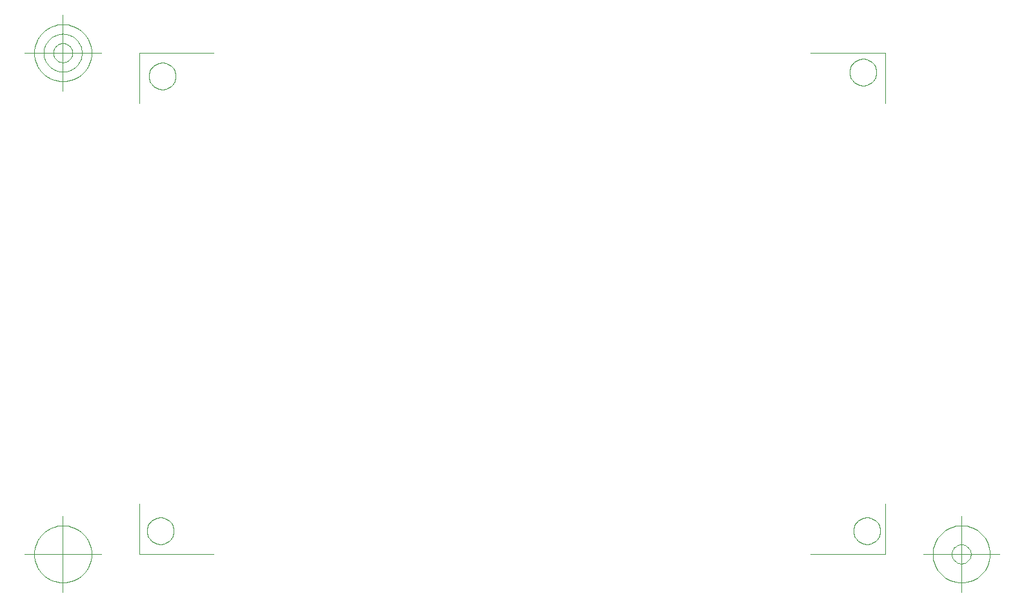
<source format=gbr>
G04 Generated by Ultiboard *
%FSLAX25Y25*%
%MOIN*%

%ADD10C,0.00004*%
%ADD12C,0.00394*%


%LNSilkscreen Bottom*%
%LPD*%
%FSLAX25Y25*%
%MOIN*%
G54D10*
X267890Y7000D02*
X267857Y7675D01*
X267857Y7675D02*
X267757Y8344D01*
X267757Y8344D02*
X267593Y9000D01*
X267593Y9000D02*
X267365Y9637D01*
X267365Y9637D02*
X267076Y10248D01*
X267076Y10248D02*
X266729Y10828D01*
X266729Y10828D02*
X266326Y11371D01*
X266326Y11371D02*
X265872Y11872D01*
X265872Y11872D02*
X265371Y12326D01*
X265371Y12326D02*
X264828Y12729D01*
X264828Y12729D02*
X264248Y13076D01*
X264248Y13076D02*
X263637Y13365D01*
X263637Y13365D02*
X263000Y13593D01*
X263000Y13593D02*
X262344Y13757D01*
X262344Y13757D02*
X261675Y13857D01*
X261675Y13857D02*
X261000Y13890D01*
X261000Y13890D02*
X260325Y13857D01*
X260325Y13857D02*
X259656Y13757D01*
X259656Y13757D02*
X259000Y13593D01*
X259000Y13593D02*
X258363Y13365D01*
X258363Y13365D02*
X257752Y13076D01*
X257752Y13076D02*
X257172Y12729D01*
X257172Y12729D02*
X256629Y12326D01*
X256629Y12326D02*
X256128Y11872D01*
X256128Y11872D02*
X255674Y11371D01*
X255674Y11371D02*
X255271Y10828D01*
X255271Y10828D02*
X254924Y10248D01*
X254924Y10248D02*
X254635Y9637D01*
X254635Y9637D02*
X254407Y9000D01*
X254407Y9000D02*
X254243Y8344D01*
X254243Y8344D02*
X254143Y7675D01*
X254143Y7675D02*
X254110Y7000D01*
X254110Y7000D02*
X254143Y6325D01*
X254143Y6325D02*
X254243Y5656D01*
X254243Y5656D02*
X254407Y5000D01*
X254407Y5000D02*
X254635Y4363D01*
X254635Y4363D02*
X254924Y3752D01*
X254924Y3752D02*
X255271Y3172D01*
X255271Y3172D02*
X255674Y2629D01*
X255674Y2629D02*
X256128Y2128D01*
X256128Y2128D02*
X256629Y1674D01*
X256629Y1674D02*
X257172Y1271D01*
X257172Y1271D02*
X257752Y924D01*
X257752Y924D02*
X258363Y635D01*
X258363Y635D02*
X259000Y407D01*
X259000Y407D02*
X259656Y243D01*
X259656Y243D02*
X260325Y143D01*
X260325Y143D02*
X261000Y110D01*
X261000Y110D02*
X261675Y143D01*
X261675Y143D02*
X262344Y243D01*
X262344Y243D02*
X263000Y407D01*
X263000Y407D02*
X263637Y635D01*
X263637Y635D02*
X264248Y924D01*
X264248Y924D02*
X264828Y1271D01*
X264828Y1271D02*
X265371Y1674D01*
X265371Y1674D02*
X265872Y2128D01*
X265872Y2128D02*
X266326Y2629D01*
X266326Y2629D02*
X266729Y3172D01*
X266729Y3172D02*
X267076Y3752D01*
X267076Y3752D02*
X267365Y4363D01*
X267365Y4363D02*
X267593Y5000D01*
X267593Y5000D02*
X267757Y5656D01*
X267757Y5656D02*
X267857Y6325D01*
X267857Y6325D02*
X267890Y7000D01*
X268890Y242000D02*
X268857Y242675D01*
X268857Y242675D02*
X268757Y243344D01*
X268757Y243344D02*
X268593Y244000D01*
X268593Y244000D02*
X268365Y244637D01*
X268365Y244637D02*
X268076Y245248D01*
X268076Y245248D02*
X267729Y245828D01*
X267729Y245828D02*
X267326Y246371D01*
X267326Y246371D02*
X266872Y246872D01*
X266872Y246872D02*
X266371Y247326D01*
X266371Y247326D02*
X265828Y247729D01*
X265828Y247729D02*
X265248Y248076D01*
X265248Y248076D02*
X264637Y248365D01*
X264637Y248365D02*
X264000Y248593D01*
X264000Y248593D02*
X263344Y248757D01*
X263344Y248757D02*
X262675Y248857D01*
X262675Y248857D02*
X262000Y248890D01*
X262000Y248890D02*
X261325Y248857D01*
X261325Y248857D02*
X260656Y248757D01*
X260656Y248757D02*
X260000Y248593D01*
X260000Y248593D02*
X259363Y248365D01*
X259363Y248365D02*
X258752Y248076D01*
X258752Y248076D02*
X258172Y247729D01*
X258172Y247729D02*
X257629Y247326D01*
X257629Y247326D02*
X257128Y246872D01*
X257128Y246872D02*
X256674Y246371D01*
X256674Y246371D02*
X256271Y245828D01*
X256271Y245828D02*
X255924Y245248D01*
X255924Y245248D02*
X255635Y244637D01*
X255635Y244637D02*
X255407Y244000D01*
X255407Y244000D02*
X255243Y243344D01*
X255243Y243344D02*
X255143Y242675D01*
X255143Y242675D02*
X255110Y242000D01*
X255110Y242000D02*
X255143Y241325D01*
X255143Y241325D02*
X255243Y240656D01*
X255243Y240656D02*
X255407Y240000D01*
X255407Y240000D02*
X255635Y239363D01*
X255635Y239363D02*
X255924Y238752D01*
X255924Y238752D02*
X256271Y238172D01*
X256271Y238172D02*
X256674Y237629D01*
X256674Y237629D02*
X257128Y237128D01*
X257128Y237128D02*
X257629Y236674D01*
X257629Y236674D02*
X258172Y236271D01*
X258172Y236271D02*
X258752Y235924D01*
X258752Y235924D02*
X259363Y235635D01*
X259363Y235635D02*
X260000Y235407D01*
X260000Y235407D02*
X260656Y235243D01*
X260656Y235243D02*
X261325Y235143D01*
X261325Y235143D02*
X262000Y235110D01*
X262000Y235110D02*
X262675Y235143D01*
X262675Y235143D02*
X263344Y235243D01*
X263344Y235243D02*
X264000Y235407D01*
X264000Y235407D02*
X264637Y235635D01*
X264637Y235635D02*
X265248Y235924D01*
X265248Y235924D02*
X265828Y236271D01*
X265828Y236271D02*
X266371Y236674D01*
X266371Y236674D02*
X266872Y237128D01*
X266872Y237128D02*
X267326Y237629D01*
X267326Y237629D02*
X267729Y238172D01*
X267729Y238172D02*
X268076Y238752D01*
X268076Y238752D02*
X268365Y239363D01*
X268365Y239363D02*
X268593Y240000D01*
X268593Y240000D02*
X268757Y240656D01*
X268757Y240656D02*
X268857Y241325D01*
X268857Y241325D02*
X268890Y242000D01*
X632890Y7000D02*
X632857Y7675D01*
X632857Y7675D02*
X632757Y8344D01*
X632757Y8344D02*
X632593Y9000D01*
X632593Y9000D02*
X632365Y9637D01*
X632365Y9637D02*
X632076Y10248D01*
X632076Y10248D02*
X631729Y10828D01*
X631729Y10828D02*
X631326Y11371D01*
X631326Y11371D02*
X630872Y11872D01*
X630872Y11872D02*
X630371Y12326D01*
X630371Y12326D02*
X629828Y12729D01*
X629828Y12729D02*
X629248Y13076D01*
X629248Y13076D02*
X628637Y13365D01*
X628637Y13365D02*
X628000Y13593D01*
X628000Y13593D02*
X627344Y13757D01*
X627344Y13757D02*
X626675Y13857D01*
X626675Y13857D02*
X626000Y13890D01*
X626000Y13890D02*
X625325Y13857D01*
X625325Y13857D02*
X624656Y13757D01*
X624656Y13757D02*
X624000Y13593D01*
X624000Y13593D02*
X623363Y13365D01*
X623363Y13365D02*
X622752Y13076D01*
X622752Y13076D02*
X622172Y12729D01*
X622172Y12729D02*
X621629Y12326D01*
X621629Y12326D02*
X621128Y11872D01*
X621128Y11872D02*
X620674Y11371D01*
X620674Y11371D02*
X620271Y10828D01*
X620271Y10828D02*
X619924Y10248D01*
X619924Y10248D02*
X619635Y9637D01*
X619635Y9637D02*
X619407Y9000D01*
X619407Y9000D02*
X619243Y8344D01*
X619243Y8344D02*
X619143Y7675D01*
X619143Y7675D02*
X619110Y7000D01*
X619110Y7000D02*
X619143Y6325D01*
X619143Y6325D02*
X619243Y5656D01*
X619243Y5656D02*
X619407Y5000D01*
X619407Y5000D02*
X619635Y4363D01*
X619635Y4363D02*
X619924Y3752D01*
X619924Y3752D02*
X620271Y3172D01*
X620271Y3172D02*
X620674Y2629D01*
X620674Y2629D02*
X621128Y2128D01*
X621128Y2128D02*
X621629Y1674D01*
X621629Y1674D02*
X622172Y1271D01*
X622172Y1271D02*
X622752Y924D01*
X622752Y924D02*
X623363Y635D01*
X623363Y635D02*
X624000Y407D01*
X624000Y407D02*
X624656Y243D01*
X624656Y243D02*
X625325Y143D01*
X625325Y143D02*
X626000Y110D01*
X626000Y110D02*
X626675Y143D01*
X626675Y143D02*
X627344Y243D01*
X627344Y243D02*
X628000Y407D01*
X628000Y407D02*
X628637Y635D01*
X628637Y635D02*
X629248Y924D01*
X629248Y924D02*
X629828Y1271D01*
X629828Y1271D02*
X630371Y1674D01*
X630371Y1674D02*
X630872Y2128D01*
X630872Y2128D02*
X631326Y2629D01*
X631326Y2629D02*
X631729Y3172D01*
X631729Y3172D02*
X632076Y3752D01*
X632076Y3752D02*
X632365Y4363D01*
X632365Y4363D02*
X632593Y5000D01*
X632593Y5000D02*
X632757Y5656D01*
X632757Y5656D02*
X632857Y6325D01*
X632857Y6325D02*
X632890Y7000D01*
X630890Y244000D02*
X630857Y244675D01*
X630857Y244675D02*
X630757Y245344D01*
X630757Y245344D02*
X630593Y246000D01*
X630593Y246000D02*
X630365Y246637D01*
X630365Y246637D02*
X630076Y247248D01*
X630076Y247248D02*
X629729Y247828D01*
X629729Y247828D02*
X629326Y248371D01*
X629326Y248371D02*
X628872Y248872D01*
X628872Y248872D02*
X628371Y249326D01*
X628371Y249326D02*
X627828Y249729D01*
X627828Y249729D02*
X627248Y250076D01*
X627248Y250076D02*
X626637Y250365D01*
X626637Y250365D02*
X626000Y250593D01*
X626000Y250593D02*
X625344Y250757D01*
X625344Y250757D02*
X624675Y250857D01*
X624675Y250857D02*
X624000Y250890D01*
X624000Y250890D02*
X623325Y250857D01*
X623325Y250857D02*
X622656Y250757D01*
X622656Y250757D02*
X622000Y250593D01*
X622000Y250593D02*
X621363Y250365D01*
X621363Y250365D02*
X620752Y250076D01*
X620752Y250076D02*
X620172Y249729D01*
X620172Y249729D02*
X619629Y249326D01*
X619629Y249326D02*
X619128Y248872D01*
X619128Y248872D02*
X618674Y248371D01*
X618674Y248371D02*
X618271Y247828D01*
X618271Y247828D02*
X617924Y247248D01*
X617924Y247248D02*
X617635Y246637D01*
X617635Y246637D02*
X617407Y246000D01*
X617407Y246000D02*
X617243Y245344D01*
X617243Y245344D02*
X617143Y244675D01*
X617143Y244675D02*
X617110Y244000D01*
X617110Y244000D02*
X617143Y243325D01*
X617143Y243325D02*
X617243Y242656D01*
X617243Y242656D02*
X617407Y242000D01*
X617407Y242000D02*
X617635Y241363D01*
X617635Y241363D02*
X617924Y240752D01*
X617924Y240752D02*
X618271Y240172D01*
X618271Y240172D02*
X618674Y239629D01*
X618674Y239629D02*
X619128Y239128D01*
X619128Y239128D02*
X619629Y238674D01*
X619629Y238674D02*
X620172Y238271D01*
X620172Y238271D02*
X620752Y237924D01*
X620752Y237924D02*
X621363Y237635D01*
X621363Y237635D02*
X622000Y237407D01*
X622000Y237407D02*
X622656Y237243D01*
X622656Y237243D02*
X623325Y237143D01*
X623325Y237143D02*
X624000Y237110D01*
X624000Y237110D02*
X624675Y237143D01*
X624675Y237143D02*
X625344Y237243D01*
X625344Y237243D02*
X626000Y237407D01*
X626000Y237407D02*
X626637Y237635D01*
X626637Y237635D02*
X627248Y237924D01*
X627248Y237924D02*
X627828Y238271D01*
X627828Y238271D02*
X628371Y238674D01*
X628371Y238674D02*
X628872Y239128D01*
X628872Y239128D02*
X629326Y239629D01*
X629326Y239629D02*
X629729Y240172D01*
X629729Y240172D02*
X630076Y240752D01*
X630076Y240752D02*
X630365Y241363D01*
X630365Y241363D02*
X630593Y242000D01*
X630593Y242000D02*
X630757Y242656D01*
X630757Y242656D02*
X630857Y243325D01*
X630857Y243325D02*
X630890Y244000D01*
G54D12*
X250000Y-5000D02*
X250000Y20900D01*
X250000Y-5000D02*
X288541Y-5000D01*
X635413Y-5000D02*
X596872Y-5000D01*
X635413Y-5000D02*
X635413Y20900D01*
X635413Y254000D02*
X635413Y228100D01*
X635413Y254000D02*
X596872Y254000D01*
X250000Y254000D02*
X288541Y254000D01*
X250000Y254000D02*
X250000Y228100D01*
X230315Y-5000D02*
X190945Y-5000D01*
X210630Y-24685D02*
X210630Y14685D01*
X225394Y-5000D02*
X225323Y-3553D01*
X225323Y-3553D02*
X225110Y-2120D01*
X225110Y-2120D02*
X224758Y-714D01*
X224758Y-714D02*
X224270Y650D01*
X224270Y650D02*
X223650Y1960D01*
X223650Y1960D02*
X222906Y3202D01*
X222906Y3202D02*
X222042Y4366D01*
X222042Y4366D02*
X221069Y5440D01*
X221069Y5440D02*
X219996Y6413D01*
X219996Y6413D02*
X218832Y7276D01*
X218832Y7276D02*
X217590Y8020D01*
X217590Y8020D02*
X216280Y8640D01*
X216280Y8640D02*
X214916Y9128D01*
X214916Y9128D02*
X213510Y9480D01*
X213510Y9480D02*
X212077Y9693D01*
X212077Y9693D02*
X210630Y9764D01*
X210630Y9764D02*
X209183Y9693D01*
X209183Y9693D02*
X207750Y9480D01*
X207750Y9480D02*
X206344Y9128D01*
X206344Y9128D02*
X204980Y8640D01*
X204980Y8640D02*
X203670Y8020D01*
X203670Y8020D02*
X202428Y7276D01*
X202428Y7276D02*
X201264Y6413D01*
X201264Y6413D02*
X200190Y5440D01*
X200190Y5440D02*
X199217Y4366D01*
X199217Y4366D02*
X198354Y3202D01*
X198354Y3202D02*
X197609Y1960D01*
X197609Y1960D02*
X196990Y650D01*
X196990Y650D02*
X196502Y-714D01*
X196502Y-714D02*
X196150Y-2120D01*
X196150Y-2120D02*
X195937Y-3553D01*
X195937Y-3553D02*
X195866Y-5000D01*
X195866Y-5000D02*
X195937Y-6447D01*
X195937Y-6447D02*
X196150Y-7880D01*
X196150Y-7880D02*
X196502Y-9286D01*
X196502Y-9286D02*
X196990Y-10650D01*
X196990Y-10650D02*
X197609Y-11960D01*
X197609Y-11960D02*
X198354Y-13202D01*
X198354Y-13202D02*
X199217Y-14366D01*
X199217Y-14366D02*
X200190Y-15440D01*
X200190Y-15440D02*
X201264Y-16413D01*
X201264Y-16413D02*
X202428Y-17276D01*
X202428Y-17276D02*
X203670Y-18020D01*
X203670Y-18020D02*
X204980Y-18640D01*
X204980Y-18640D02*
X206344Y-19128D01*
X206344Y-19128D02*
X207750Y-19480D01*
X207750Y-19480D02*
X209183Y-19693D01*
X209183Y-19693D02*
X210630Y-19764D01*
X210630Y-19764D02*
X212077Y-19693D01*
X212077Y-19693D02*
X213510Y-19480D01*
X213510Y-19480D02*
X214916Y-19128D01*
X214916Y-19128D02*
X216280Y-18640D01*
X216280Y-18640D02*
X217590Y-18020D01*
X217590Y-18020D02*
X218832Y-17276D01*
X218832Y-17276D02*
X219996Y-16413D01*
X219996Y-16413D02*
X221069Y-15440D01*
X221069Y-15440D02*
X222042Y-14366D01*
X222042Y-14366D02*
X222906Y-13202D01*
X222906Y-13202D02*
X223650Y-11960D01*
X223650Y-11960D02*
X224270Y-10650D01*
X224270Y-10650D02*
X224758Y-9286D01*
X224758Y-9286D02*
X225110Y-7880D01*
X225110Y-7880D02*
X225323Y-6447D01*
X225323Y-6447D02*
X225394Y-5000D01*
X655098Y-5000D02*
X694468Y-5000D01*
X674783Y-24685D02*
X674783Y14685D01*
X689547Y-5000D02*
X689476Y-3553D01*
X689476Y-3553D02*
X689263Y-2120D01*
X689263Y-2120D02*
X688911Y-714D01*
X688911Y-714D02*
X688423Y650D01*
X688423Y650D02*
X687804Y1960D01*
X687804Y1960D02*
X687059Y3202D01*
X687059Y3202D02*
X686196Y4366D01*
X686196Y4366D02*
X685223Y5440D01*
X685223Y5440D02*
X684149Y6413D01*
X684149Y6413D02*
X682985Y7276D01*
X682985Y7276D02*
X681743Y8020D01*
X681743Y8020D02*
X680433Y8640D01*
X680433Y8640D02*
X679069Y9128D01*
X679069Y9128D02*
X677663Y9480D01*
X677663Y9480D02*
X676230Y9693D01*
X676230Y9693D02*
X674783Y9764D01*
X674783Y9764D02*
X673336Y9693D01*
X673336Y9693D02*
X671903Y9480D01*
X671903Y9480D02*
X670497Y9128D01*
X670497Y9128D02*
X669133Y8640D01*
X669133Y8640D02*
X667823Y8020D01*
X667823Y8020D02*
X666581Y7276D01*
X666581Y7276D02*
X665417Y6413D01*
X665417Y6413D02*
X664344Y5440D01*
X664344Y5440D02*
X663371Y4366D01*
X663371Y4366D02*
X662507Y3202D01*
X662507Y3202D02*
X661763Y1960D01*
X661763Y1960D02*
X661143Y650D01*
X661143Y650D02*
X660655Y-714D01*
X660655Y-714D02*
X660303Y-2120D01*
X660303Y-2120D02*
X660090Y-3553D01*
X660090Y-3553D02*
X660019Y-5000D01*
X660019Y-5000D02*
X660090Y-6447D01*
X660090Y-6447D02*
X660303Y-7880D01*
X660303Y-7880D02*
X660655Y-9286D01*
X660655Y-9286D02*
X661143Y-10650D01*
X661143Y-10650D02*
X661763Y-11960D01*
X661763Y-11960D02*
X662507Y-13202D01*
X662507Y-13202D02*
X663371Y-14366D01*
X663371Y-14366D02*
X664344Y-15440D01*
X664344Y-15440D02*
X665417Y-16413D01*
X665417Y-16413D02*
X666581Y-17276D01*
X666581Y-17276D02*
X667823Y-18020D01*
X667823Y-18020D02*
X669133Y-18640D01*
X669133Y-18640D02*
X670497Y-19128D01*
X670497Y-19128D02*
X671903Y-19480D01*
X671903Y-19480D02*
X673336Y-19693D01*
X673336Y-19693D02*
X674783Y-19764D01*
X674783Y-19764D02*
X676230Y-19693D01*
X676230Y-19693D02*
X677663Y-19480D01*
X677663Y-19480D02*
X679069Y-19128D01*
X679069Y-19128D02*
X680433Y-18640D01*
X680433Y-18640D02*
X681743Y-18020D01*
X681743Y-18020D02*
X682985Y-17276D01*
X682985Y-17276D02*
X684149Y-16413D01*
X684149Y-16413D02*
X685223Y-15440D01*
X685223Y-15440D02*
X686196Y-14366D01*
X686196Y-14366D02*
X687059Y-13202D01*
X687059Y-13202D02*
X687804Y-11960D01*
X687804Y-11960D02*
X688423Y-10650D01*
X688423Y-10650D02*
X688911Y-9286D01*
X688911Y-9286D02*
X689263Y-7880D01*
X689263Y-7880D02*
X689476Y-6447D01*
X689476Y-6447D02*
X689547Y-5000D01*
X679704Y-5000D02*
X679681Y-4518D01*
X679681Y-4518D02*
X679610Y-4040D01*
X679610Y-4040D02*
X679492Y-3571D01*
X679492Y-3571D02*
X679330Y-3117D01*
X679330Y-3117D02*
X679123Y-2680D01*
X679123Y-2680D02*
X678875Y-2266D01*
X678875Y-2266D02*
X678587Y-1878D01*
X678587Y-1878D02*
X678263Y-1520D01*
X678263Y-1520D02*
X677905Y-1196D01*
X677905Y-1196D02*
X677517Y-908D01*
X677517Y-908D02*
X677103Y-660D01*
X677103Y-660D02*
X676666Y-453D01*
X676666Y-453D02*
X676212Y-291D01*
X676212Y-291D02*
X675743Y-173D01*
X675743Y-173D02*
X675265Y-102D01*
X675265Y-102D02*
X674783Y-79D01*
X674783Y-79D02*
X674301Y-102D01*
X674301Y-102D02*
X673823Y-173D01*
X673823Y-173D02*
X673355Y-291D01*
X673355Y-291D02*
X672900Y-453D01*
X672900Y-453D02*
X672463Y-660D01*
X672463Y-660D02*
X672049Y-908D01*
X672049Y-908D02*
X671661Y-1196D01*
X671661Y-1196D02*
X671303Y-1520D01*
X671303Y-1520D02*
X670979Y-1878D01*
X670979Y-1878D02*
X670691Y-2266D01*
X670691Y-2266D02*
X670443Y-2680D01*
X670443Y-2680D02*
X670236Y-3117D01*
X670236Y-3117D02*
X670074Y-3571D01*
X670074Y-3571D02*
X669956Y-4040D01*
X669956Y-4040D02*
X669886Y-4518D01*
X669886Y-4518D02*
X669862Y-5000D01*
X669862Y-5000D02*
X669886Y-5482D01*
X669886Y-5482D02*
X669956Y-5960D01*
X669956Y-5960D02*
X670074Y-6429D01*
X670074Y-6429D02*
X670236Y-6883D01*
X670236Y-6883D02*
X670443Y-7320D01*
X670443Y-7320D02*
X670691Y-7734D01*
X670691Y-7734D02*
X670979Y-8122D01*
X670979Y-8122D02*
X671303Y-8480D01*
X671303Y-8480D02*
X671661Y-8804D01*
X671661Y-8804D02*
X672049Y-9092D01*
X672049Y-9092D02*
X672463Y-9340D01*
X672463Y-9340D02*
X672900Y-9547D01*
X672900Y-9547D02*
X673355Y-9709D01*
X673355Y-9709D02*
X673823Y-9827D01*
X673823Y-9827D02*
X674301Y-9898D01*
X674301Y-9898D02*
X674783Y-9921D01*
X674783Y-9921D02*
X675265Y-9898D01*
X675265Y-9898D02*
X675743Y-9827D01*
X675743Y-9827D02*
X676212Y-9709D01*
X676212Y-9709D02*
X676666Y-9547D01*
X676666Y-9547D02*
X677103Y-9340D01*
X677103Y-9340D02*
X677517Y-9092D01*
X677517Y-9092D02*
X677905Y-8804D01*
X677905Y-8804D02*
X678263Y-8480D01*
X678263Y-8480D02*
X678587Y-8122D01*
X678587Y-8122D02*
X678875Y-7734D01*
X678875Y-7734D02*
X679123Y-7320D01*
X679123Y-7320D02*
X679330Y-6883D01*
X679330Y-6883D02*
X679492Y-6429D01*
X679492Y-6429D02*
X679610Y-5960D01*
X679610Y-5960D02*
X679681Y-5482D01*
X679681Y-5482D02*
X679704Y-5000D01*
X230315Y254000D02*
X190945Y254000D01*
X210630Y234315D02*
X210630Y273685D01*
X225394Y254000D02*
X225323Y255447D01*
X225323Y255447D02*
X225110Y256880D01*
X225110Y256880D02*
X224758Y258286D01*
X224758Y258286D02*
X224270Y259650D01*
X224270Y259650D02*
X223650Y260960D01*
X223650Y260960D02*
X222906Y262202D01*
X222906Y262202D02*
X222042Y263366D01*
X222042Y263366D02*
X221069Y264440D01*
X221069Y264440D02*
X219996Y265413D01*
X219996Y265413D02*
X218832Y266276D01*
X218832Y266276D02*
X217590Y267020D01*
X217590Y267020D02*
X216280Y267640D01*
X216280Y267640D02*
X214916Y268128D01*
X214916Y268128D02*
X213510Y268480D01*
X213510Y268480D02*
X212077Y268693D01*
X212077Y268693D02*
X210630Y268764D01*
X210630Y268764D02*
X209183Y268693D01*
X209183Y268693D02*
X207750Y268480D01*
X207750Y268480D02*
X206344Y268128D01*
X206344Y268128D02*
X204980Y267640D01*
X204980Y267640D02*
X203670Y267020D01*
X203670Y267020D02*
X202428Y266276D01*
X202428Y266276D02*
X201264Y265413D01*
X201264Y265413D02*
X200190Y264440D01*
X200190Y264440D02*
X199217Y263366D01*
X199217Y263366D02*
X198354Y262202D01*
X198354Y262202D02*
X197609Y260960D01*
X197609Y260960D02*
X196990Y259650D01*
X196990Y259650D02*
X196502Y258286D01*
X196502Y258286D02*
X196150Y256880D01*
X196150Y256880D02*
X195937Y255447D01*
X195937Y255447D02*
X195866Y254000D01*
X195866Y254000D02*
X195937Y252553D01*
X195937Y252553D02*
X196150Y251120D01*
X196150Y251120D02*
X196502Y249714D01*
X196502Y249714D02*
X196990Y248350D01*
X196990Y248350D02*
X197609Y247040D01*
X197609Y247040D02*
X198354Y245798D01*
X198354Y245798D02*
X199217Y244634D01*
X199217Y244634D02*
X200190Y243560D01*
X200190Y243560D02*
X201264Y242587D01*
X201264Y242587D02*
X202428Y241724D01*
X202428Y241724D02*
X203670Y240980D01*
X203670Y240980D02*
X204980Y240360D01*
X204980Y240360D02*
X206344Y239872D01*
X206344Y239872D02*
X207750Y239520D01*
X207750Y239520D02*
X209183Y239307D01*
X209183Y239307D02*
X210630Y239236D01*
X210630Y239236D02*
X212077Y239307D01*
X212077Y239307D02*
X213510Y239520D01*
X213510Y239520D02*
X214916Y239872D01*
X214916Y239872D02*
X216280Y240360D01*
X216280Y240360D02*
X217590Y240980D01*
X217590Y240980D02*
X218832Y241724D01*
X218832Y241724D02*
X219996Y242587D01*
X219996Y242587D02*
X221069Y243560D01*
X221069Y243560D02*
X222042Y244634D01*
X222042Y244634D02*
X222906Y245798D01*
X222906Y245798D02*
X223650Y247040D01*
X223650Y247040D02*
X224270Y248350D01*
X224270Y248350D02*
X224758Y249714D01*
X224758Y249714D02*
X225110Y251120D01*
X225110Y251120D02*
X225323Y252553D01*
X225323Y252553D02*
X225394Y254000D01*
X220472Y254000D02*
X220425Y254965D01*
X220425Y254965D02*
X220283Y255920D01*
X220283Y255920D02*
X220049Y256857D01*
X220049Y256857D02*
X219723Y257767D01*
X219723Y257767D02*
X219310Y258640D01*
X219310Y258640D02*
X218814Y259468D01*
X218814Y259468D02*
X218238Y260244D01*
X218238Y260244D02*
X217590Y260960D01*
X217590Y260960D02*
X216874Y261608D01*
X216874Y261608D02*
X216098Y262184D01*
X216098Y262184D02*
X215270Y262680D01*
X215270Y262680D02*
X214396Y263093D01*
X214396Y263093D02*
X213487Y263419D01*
X213487Y263419D02*
X212550Y263653D01*
X212550Y263653D02*
X211595Y263795D01*
X211595Y263795D02*
X210630Y263843D01*
X210630Y263843D02*
X209665Y263795D01*
X209665Y263795D02*
X208710Y263653D01*
X208710Y263653D02*
X207773Y263419D01*
X207773Y263419D02*
X206863Y263093D01*
X206863Y263093D02*
X205990Y262680D01*
X205990Y262680D02*
X205162Y262184D01*
X205162Y262184D02*
X204386Y261608D01*
X204386Y261608D02*
X203670Y260960D01*
X203670Y260960D02*
X203022Y260244D01*
X203022Y260244D02*
X202446Y259468D01*
X202446Y259468D02*
X201950Y258640D01*
X201950Y258640D02*
X201537Y257767D01*
X201537Y257767D02*
X201211Y256857D01*
X201211Y256857D02*
X200977Y255920D01*
X200977Y255920D02*
X200835Y254965D01*
X200835Y254965D02*
X200787Y254000D01*
X200787Y254000D02*
X200835Y253035D01*
X200835Y253035D02*
X200977Y252080D01*
X200977Y252080D02*
X201211Y251143D01*
X201211Y251143D02*
X201537Y250233D01*
X201537Y250233D02*
X201950Y249360D01*
X201950Y249360D02*
X202446Y248532D01*
X202446Y248532D02*
X203022Y247756D01*
X203022Y247756D02*
X203670Y247040D01*
X203670Y247040D02*
X204386Y246392D01*
X204386Y246392D02*
X205162Y245816D01*
X205162Y245816D02*
X205990Y245320D01*
X205990Y245320D02*
X206863Y244907D01*
X206863Y244907D02*
X207773Y244581D01*
X207773Y244581D02*
X208710Y244347D01*
X208710Y244347D02*
X209665Y244205D01*
X209665Y244205D02*
X210630Y244157D01*
X210630Y244157D02*
X211595Y244205D01*
X211595Y244205D02*
X212550Y244347D01*
X212550Y244347D02*
X213487Y244581D01*
X213487Y244581D02*
X214396Y244907D01*
X214396Y244907D02*
X215270Y245320D01*
X215270Y245320D02*
X216098Y245816D01*
X216098Y245816D02*
X216874Y246392D01*
X216874Y246392D02*
X217590Y247040D01*
X217590Y247040D02*
X218238Y247756D01*
X218238Y247756D02*
X218814Y248532D01*
X218814Y248532D02*
X219310Y249360D01*
X219310Y249360D02*
X219723Y250233D01*
X219723Y250233D02*
X220049Y251143D01*
X220049Y251143D02*
X220283Y252080D01*
X220283Y252080D02*
X220425Y253035D01*
X220425Y253035D02*
X220472Y254000D01*
X215551Y254000D02*
X215527Y254482D01*
X215527Y254482D02*
X215457Y254960D01*
X215457Y254960D02*
X215339Y255429D01*
X215339Y255429D02*
X215177Y255883D01*
X215177Y255883D02*
X214970Y256320D01*
X214970Y256320D02*
X214722Y256734D01*
X214722Y256734D02*
X214434Y257122D01*
X214434Y257122D02*
X214110Y257480D01*
X214110Y257480D02*
X213752Y257804D01*
X213752Y257804D02*
X213364Y258092D01*
X213364Y258092D02*
X212950Y258340D01*
X212950Y258340D02*
X212513Y258547D01*
X212513Y258547D02*
X212058Y258709D01*
X212058Y258709D02*
X211590Y258827D01*
X211590Y258827D02*
X211112Y258898D01*
X211112Y258898D02*
X210630Y258921D01*
X210630Y258921D02*
X210148Y258898D01*
X210148Y258898D02*
X209670Y258827D01*
X209670Y258827D02*
X209201Y258709D01*
X209201Y258709D02*
X208747Y258547D01*
X208747Y258547D02*
X208310Y258340D01*
X208310Y258340D02*
X207896Y258092D01*
X207896Y258092D02*
X207508Y257804D01*
X207508Y257804D02*
X207150Y257480D01*
X207150Y257480D02*
X206826Y257122D01*
X206826Y257122D02*
X206538Y256734D01*
X206538Y256734D02*
X206290Y256320D01*
X206290Y256320D02*
X206083Y255883D01*
X206083Y255883D02*
X205921Y255429D01*
X205921Y255429D02*
X205803Y254960D01*
X205803Y254960D02*
X205732Y254482D01*
X205732Y254482D02*
X205709Y254000D01*
X205709Y254000D02*
X205732Y253518D01*
X205732Y253518D02*
X205803Y253040D01*
X205803Y253040D02*
X205921Y252571D01*
X205921Y252571D02*
X206083Y252117D01*
X206083Y252117D02*
X206290Y251680D01*
X206290Y251680D02*
X206538Y251266D01*
X206538Y251266D02*
X206826Y250878D01*
X206826Y250878D02*
X207150Y250520D01*
X207150Y250520D02*
X207508Y250196D01*
X207508Y250196D02*
X207896Y249908D01*
X207896Y249908D02*
X208310Y249660D01*
X208310Y249660D02*
X208747Y249453D01*
X208747Y249453D02*
X209201Y249291D01*
X209201Y249291D02*
X209670Y249173D01*
X209670Y249173D02*
X210148Y249102D01*
X210148Y249102D02*
X210630Y249079D01*
X210630Y249079D02*
X211112Y249102D01*
X211112Y249102D02*
X211590Y249173D01*
X211590Y249173D02*
X212058Y249291D01*
X212058Y249291D02*
X212513Y249453D01*
X212513Y249453D02*
X212950Y249660D01*
X212950Y249660D02*
X213364Y249908D01*
X213364Y249908D02*
X213752Y250196D01*
X213752Y250196D02*
X214110Y250520D01*
X214110Y250520D02*
X214434Y250878D01*
X214434Y250878D02*
X214722Y251266D01*
X214722Y251266D02*
X214970Y251680D01*
X214970Y251680D02*
X215177Y252117D01*
X215177Y252117D02*
X215339Y252571D01*
X215339Y252571D02*
X215457Y253040D01*
X215457Y253040D02*
X215527Y253518D01*
X215527Y253518D02*
X215551Y254000D01*

M00*

</source>
